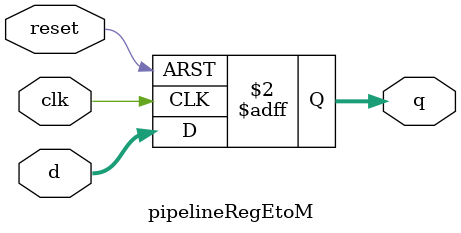
<source format=sv>
module pipelineRegEtoM #(parameter WIDTH = 8)(input logic clk, reset,
															 input logic  [WIDTH-1:0] d,
															 output logic [WIDTH-1:0] q);

			always_ff @(posedge clk, posedge reset)
				begin
					if (reset) 
						q <= 0;
					else 	   
						q <= d;
				end		
endmodule
</source>
